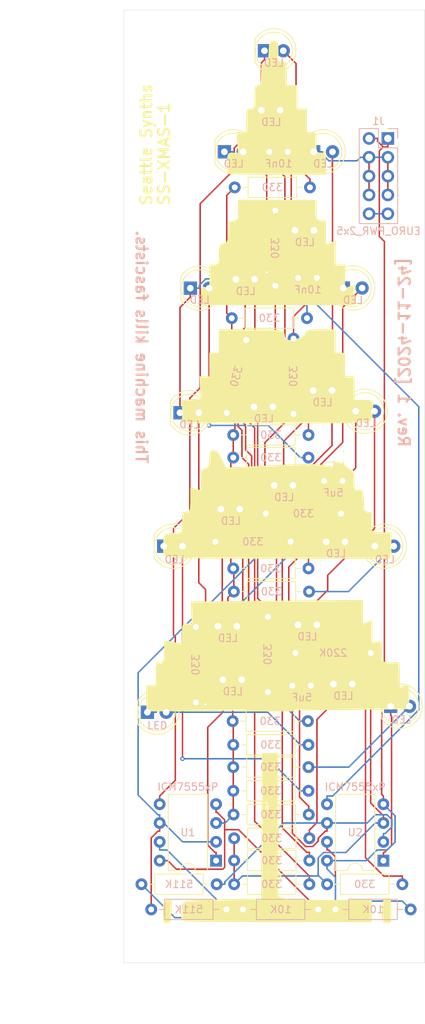
<source format=kicad_pcb>
(kicad_pcb (version 20240108) (generator "pcbnew") (generator_version "8.0")
  (layers (0 "F.Cu" signal) (31 "B.Cu" signal) (34 "B.Paste" user) (35 "F.Paste" user) (36 "B.SilkS" user "B.Silkscreen") (37 "F.SilkS" user "F.Silkscreen") (38 "B.Mask" user) (39 "F.Mask" user) (44 "Edge.Cuts" user))
  (net 0 "")
  (net 1 "Net-(U1-CV)")
  (net 2 "/OUT0")
  (net 3 "/+12V")
  (net 4 "/THR0")
  (net 5 "/GND")
  (net 6 "Net-(U1-DIS)")
  (net 7 "/THR1")
  (net 8 "Net-(U2-DIS)")
  (net 9 "Net-(U2-CV)")
  (net 10 "/OUT1")
  (net 11 "Net-(D1-A)")
  (net 12 "Net-(D2-A)")
  (net 13 "Net-(D3-A)")
  (net 14 "Net-(D4-A)")
  (net 15 "Net-(D5-A)")
  (net 16 "Net-(D6-A)")
  (net 17 "Net-(D7-A)")
  (net 18 "Net-(D8-A)")
  (net 19 "Net-(D9-A)")
  (net 20 "Net-(D10-A)")
  (net 21 "Net-(D11-A)")
  (net 22 "Net-(D12-A)")
  (net 23 "Net-(D13-A)")
  (net 24 "Net-(D14-A)")
  (net 25 "Net-(D15-A)")
  (net 26 "Net-(D16-A)")
  (net 27 "Net-(D17-A)")
  (net 28 "Net-(D18-A)")
  (net 29 "Net-(D19-A)")
  (net 30 "Net-(D20-A)")
  (net 31 "Net-(D21-A)")
  (net 32 "Net-(D22-A)")
  (net 33 "Net-(D23-A)")
  (net 34 "/-12V")
  (footprint "Seattle_Synths:CP_Radial_D5.0mm_P2.50mm" (layer "F.Cu") (at 109.84 66)
    (property "Reference" "C3" (hide yes))
    (property "Value" "10nF")
  )
  (footprint "Seattle_Synths:CP_Radial_D5.0mm_P2.50mm" (layer "F.Cu") (at 109.04 121)
    (property "Reference" "C4" (hide yes))
    (property "Value" "5uF")
  )
  (footprint "Seattle_Synths:LED_D5.0mm" (layer "F.Cu") (at 105.2781 35.372)
    (property "Reference" "D1" (hide yes))
    (property "Value" "LED")
  )
  (footprint "Seattle_Synths:LED_D3.0mm" (layer "F.Cu") (at 99.4 97.2)
    (property "Reference" "D18" (hide yes))
    (property "Value" "LED")
  )
  (footprint "Seattle_Synths:LED_D3.0mm" (layer "F.Cu") (at 99 113)
    (property "Reference" "D21" (hide yes))
    (property "Value" "LED")
  )
  (footprint "Seattle_Synths:R_Axial_DIN0207_L6.3mm_D2.5mm_P10.16mm_Horizontal" (layer "F.Cu") (at 101.06 132)
    (property "Reference" "R9" (hide yes))
    (property "Value" "330")
  )
  (footprint "Seattle_Synths:R_Axial_DIN0207_L6.3mm_D2.5mm_P10.16mm_Horizontal" (layer "F.Cu") (at 101.1 138.4)
    (property "Reference" "R11" (hide yes))
    (property "Value" "330")
  )
  (footprint "Seattle_Synths:LED_D3.0mm" (layer "F.Cu") (at 103.86 83.4)
    (property "Reference" "D16" (hide yes))
    (property "Value" "LED")
  )
  (footprint "Package_DIP:DIP-8_W7.62mm" (layer "F.Cu") (at 121.34 144.62 180)
    (property "Reference" "U2")
    (property "Value" "ICM7555xP")
  )
  (footprint "Seattle_Synths:LED_D3.0mm" (layer "F.Cu") (at 109.8 112.8)
    (property "Reference" "D23" (hide yes))
    (property "Value" "LED")
  )
  (footprint "Seattle_Synths:LED_D5.0mm" (layer "F.Cu") (at 115.925 67.376)
    (property "Reference" "D5" (hide yes))
    (property "Value" "LED")
  )
  (footprint "Seattle_Synths:LED_D5.0mm" (layer "F.Cu") (at 91.665 102.2)
    (property "Reference" "D10" (hide yes))
    (property "Value" "LED")
  )
  (footprint "Seattle_Synths:R_Axial_DIN0207_L6.3mm_D2.5mm_P10.16mm_Horizontal" (layer "F.Cu") (at 101.06 87.2)
    (property "Reference" "R3" (hide yes))
    (property "Value" "330")
  )
  (footprint "Seattle_Synths:R_Axial_DIN0207_L6.3mm_D2.5mm_P10.16mm_Horizontal" (layer "F.Cu") (at 105.46 97.8)
    (property "Reference" "R18" (hide yes))
    (property "Value" "330")
  )
  (footprint "Seattle_Synths:MountingHole_3.2mm_M3_Oval" (layer "F.Cu") (at 121.125 32.6)
    (property "Reference" "TOP_RIGHT_MOUNT" (hide yes))
    (property "Value" "MountingHole_3.2mm_M3_Oval" (hide yes))
  )
  (footprint "Seattle_Synths:R_Axial_DIN0207_L6.3mm_D2.5mm_P10.16mm_Horizontal" (layer "F.Cu") (at 101.26 53.8)
    (property "Reference" "R1" (hide yes))
    (property "Value" "330")
  )
  (footprint "Seattle_Synths:R_Axial_DIN0207_L6.3mm_D2.5mm_P10.16mm_Horizontal" (layer "F.Cu") (at 101.06 135.2)
    (property "Reference" "R10" (hide yes))
    (property "Value" "330")
  )
  (footprint "Seattle_Synths:LED_D3.0mm" (layer "F.Cu") (at 104.86 43.4)
    (property "Reference" "D13" (hide yes))
    (property "Value" "LED")
  )
  (footprint "Seattle_Synths:R_Axial_DIN0207_L6.3mm_D2.5mm_P10.16mm_Horizontal" (layer "F.Cu") (at 101.06 129)
    (property "Reference" "R8" (hide yes))
    (property "Value" "330")
  )
  (footprint "Seattle_Synths:R_Axial_DIN0207_L6.3mm_D2.5mm_P10.16mm_Horizontal" (layer "F.Cu") (at 100.86 71.44)
    (property "Reference" "R2" (hide yes))
    (property "Value" "330")
  )
  (footprint "Seattle_Synths:R_Axial_DIN0207_L6.3mm_D2.5mm_P10.16mm_Horizontal" (layer "F.Cu") (at 101.14 108.324)
    (property "Reference" "R6" (hide yes))
    (property "Value" "330")
  )
  (footprint "Package_DIP:DIP-8_W7.62mm" (layer "F.Cu") (at 98.74 144.62 180)
    (property "Reference" "U1")
    (property "Value" "ICM7555xP")
  )
  (footprint "Seattle_Synths:MountingHole_3.2mm_M3_Oval" (layer "F.Cu") (at 92 155.6)
    (property "Reference" "BOTTOM_LEFT_MOUNT" (hide yes))
    (property "Value" "MountingHole_3.2mm_M3_Oval" (hide yes))
  )
  (footprint "Seattle_Synths:LED_D3.0mm" (layer "F.Cu") (at 113.6 101.6)
    (property "Reference" "D20" (hide yes))
    (property "Value" "LED")
  )
  (footprint "Seattle_Synths:LED_D5.0mm" (layer "F.Cu") (at 93.865 84.2)
    (property "Reference" "D7" (hide yes))
    (property "Value" "LED")
  )
  (footprint "Seattle_Synths:R_Axial_DIN0207_L6.3mm_D2.5mm_P10.16mm_Horizontal" (layer "F.Cu") (at 113.74 147.8)
    (property "Reference" "R27" (hide yes))
    (property "Value" "330")
  )
  (footprint "Seattle_Synths:R_Axial_DIN0207_L6.3mm_D2.5mm_P10.16mm_Horizontal" (layer "F.Cu") (at 88.66 147.8)
    (property "Reference" "R26" (hide yes))
    (property "Value" "511K")
  )
  (footprint "Seattle_Synths:R_Axial_DIN0207_L6.3mm_D2.5mm_P10.16mm_Horizontal" (layer "F.Cu") (at 100.98 125.8)
    (property "Reference" "R7" (hide yes))
    (property "Value" "330")
  )
  (footprint "Seattle_Synths:CP_Radial_D5.0mm_P2.50mm" (layer "F.Cu") (at 113.3349 93.4)
    (property "Reference" "C1" (hide yes))
    (property "Value" "5uF")
  )
  (footprint "Seattle_Synths:CP_Radial_D5.0mm_P2.50mm" (layer "F.Cu") (at 105.9349 49)
    (property "Reference" "C2" (hide yes))
    (property "Value" "10nF")
  )
  (footprint "Seattle_Synths:R_Axial_DIN0207_L6.3mm_D2.5mm_P10.16mm_Horizontal" (layer "F.Cu") (at 119.62 116.6 180)
    (property "Reference" "R330" (hide yes))
    (property "Value" "220K")
  )
  (footprint "Seattle_Synths:LED_D3.0mm" (layer "F.Cu") (at 111.86 81.2)
    (property "Reference" "D17" (hide yes))
    (property "Value" "LED")
  )
  (footprint "Seattle_Synths:R_Axial_DIN0207_L6.3mm_D2.5mm_P10.16mm_Horizontal" (layer "F.Cu") (at 100.1704 84.2138 75)
    (property "Reference" "R22" (hide yes))
    (property "Value" "330")
  )
  (footprint "Seattle_Synths:MountingHole_3.2mm_M3_Oval" (layer "F.Cu") (at 121.4 155.6)
    (property "Reference" "BOTTOM_RIGHT_MOUNT" (hide yes))
    (property "Value" "MountingHole_3.2mm_M3_Oval" (hide yes))
  )
  (footprint "Seattle_Synths:LED_D5.0mm" (layer "F.Cu") (at 99.86 49)
    (property "Reference" "D2" (hide yes))
    (property "Value" "LED")
  )
  (footprint "Seattle_Synths:R_Axial_DIN0207_L6.3mm_D2.5mm_P10.16mm_Horizontal" (layer "F.Cu") (at 101.06 105.2)
    (property "Reference" "R5" (hide yes))
    (property "Value" "330")
  )
  (footprint "Seattle_Synths:LED_D3.0mm" (layer "F.Cu") (at 101.4 66.2)
    (property "Reference" "D14" (hide yes))
    (property "Value" "LED")
  )
  (footprint "Seattle_Synths:R_Axial_DIN0207_L6.3mm_D2.5mm_P10.16mm_Horizontal" (layer "F.Cu") (at 101.06 90.248)
    (property "Reference" "R4" (hide yes))
    (property "Value" "330")
  )
  (footprint "Seattle_Synths:LED_D5.0mm" (layer "F.Cu") (at 122.325 123.8)
    (property "Reference" "D9" (hide yes))
    (property "Value" "LED")
  )
  (footprint "Seattle_Synths:R_Axial_DIN0207_L6.3mm_D2.5mm_P10.16mm_Horizontal" (layer "F.Cu") (at 98.64 101.6)
    (property "Reference" "R19" (hide yes))
    (property "Value" "330")
  )
  (footprint "Seattle_Synths:R_Axial_DIN0207_L6.3mm_D2.5mm_P10.16mm_Horizontal" (layer "F.Cu") (at 109.2 84.36 90)
    (property "Reference" "R15" (hide yes))
    (property "Value" "330")
  )
  (footprint "Seattle_Synths:LED_D5.0mm" (layer "F.Cu") (at 95.26 67.4)
    (property "Reference" "D4" (hide yes))
    (property "Value" "LED")
  )
  (footprint "Seattle_Synths:R_Axial_DIN0207_L6.3mm_D2.5mm_P10.16mm_Horizontal" (layer "F.Cu") (at 96 123.28 90)
    (property "Reference" "R20" (hide yes))
    (property "Value" "330")
  )
  (footprint "Seattle_Synths:LED_D3.0mm" (layer "F.Cu") (at 114.6 120.8)
    (property "Reference" "D12" (hide yes))
    (property "Value" "LED")
  )
  (footprint "Seattle_Synths:LED_D5.0mm" (layer "F.Cu") (at 120.2 102.2)
    (property "Reference" "D6" (hide yes))
    (property "Value" "LED")
  )
  (footprint "Seattle_Synths:XMAS" (layer "F.Cu") (at 107.8 90.8)
    (property "Reference" "G***" (hide yes))
    (property "Value" "LOGO" (hide yes))
  )
  (footprint "Seattle_Synths:R_Axial_DIN0207_L6.3mm_D2.5mm_P10.16mm_Horizontal" (layer "F.Cu") (at 101.18 141.6)
    (property "Reference" "R12" (hide yes))
    (property "Value" "330")
  )
  (footprint "Seattle_Synths:R_Axial_DIN0207_L6.3mm_D2.5mm_P10.16mm_Horizontal" (layer "F.Cu") (at 101.18 147.8)
    (property "Reference" "R14" (hide yes))
    (property "Value" "330")
  )
  (footprint "Seattle_Synths:LED_D5.0mm" (layer "F.Cu") (at 117.6 84)
    (property "Reference" "D11" (hide yes))
    (property "Value" "LED")
  )
  (footprint "Seattle_Synths:R_Axial_DIN0207_L6.3mm_D2.5mm_P10.16mm_Horizontal" (layer "F.Cu") (at 105.74 121.88 90)
    (property "Reference" "R16" (hide yes))
    (property "Value" "330")
  )
  (footprint "Seattle_Synths:R_Axial_DIN0207_L6.3mm_D2.5mm_P10.16mm_Horizontal" (layer "F.Cu") (at 106.74 67.08 90)
    (property "Reference" "R21" (hide yes))
    (property "Value" "330")
  )
  (footprint "Seattle_Synths:LED_D5.0mm" (layer "F.Cu") (at 89.46 124.6)
    (property "Reference" "D8" (hide yes))
    (property "Value" "LED")
  )
  (footprint "Seattle_Synths:R_Axial_DIN0207_L6.3mm_D2.5mm_P10.16mm_Horizontal" (layer "F.Cu") (at 101.18 144.6)
    (property "Reference" "R13" (hide yes))
    (property "Value" "330")
  )
  (footprint "Seattle_Synths:MountingHole_3.2mm_M3_Oval" (layer "F.Cu") (at 92.2 32.6)
    (property "Reference" "TOP_LEFT_MOUNT" (hide yes))
    (property "Value" "MountingHole_3.2mm_M3_Oval" (hide yes))
  )
  (footprint "Seattle_Synths:LED_D3.0mm" (layer "F.Cu") (at 109.4 59.6)
    (property "Reference" "D15" (hide yes))
    (property "Value" "LED")
  )
  (footprint "Seattle_Synths:LED_D3.0mm" (layer "F.Cu") (at 106.6 94)
    (property "Reference" "D19" (hide yes))
    (property "Value" "LED")
  )
  (footprint "Seattle_Synths:LED_D3.0mm" (layer "F.Cu") (at 99.66 120.2)
    (property "Reference" "D22" (hide yes))
    (property "Value" "LED")
  )
  (footprint "Seattle_Synths:LED_D5.0mm" (layer "F.Cu") (at 111.925 49)
    (property "Reference" "D3" (hide yes))
    (property "Value" "LED")
  )
  (footprint "Seattle_Synths:R_Axial_DIN0207_L6.3mm_D2.5mm_P10.16mm_Horizontal" (layer "B.Cu") (at 100.14 151.2 180)
    (property "Reference" "R23" (hide yes))
    (property "Value" "511K")
  )
  (footprint "Seattle_Synths:R_Axial_DIN0207_L6.3mm_D2.5mm_P10.16mm_Horizontal" (layer "B.Cu") (at 125.02 151.2 180)
    (property "Reference" "R25" (hide yes))
    (property "Value" "10K")
  )
  (footprint "Seattle_Synths:R_Axial_DIN0207_L6.3mm_D2.5mm_P10.16mm_Horizontal" (layer "B.Cu") (at 112.54 151.2 180)
    (property "Reference" "R24" (hide yes))
    (property "Value" "10K")
  )
  (footprint "Seattle_Synths:PinHeader_2x05_P2.54mm_Vertical" (layer "B.Cu") (at 121.94 47.2 180)
    (property "Reference" "J1")
    (property "Value" "EURO_PWR_2x5")
  )
  (gr_line (start 86.275 158.4) (end 126.915 158.4) (stroke (width 0.05)) (layer "Edge.Cuts"))
  (gr_line (start 126.915 158.4) (end 126.915 29.876) (stroke (width 0.05)) (layer "Edge.Cuts"))
  (gr_line (start 86.275 158.4) (end 86.275 29.876) (stroke (width 0.05)) (layer "Edge.Cuts"))
  (gr_line (start 126.915 29.876) (end 86.275 29.876) (stroke (width 0.05)) (layer "Edge.Cuts"))
  (gr_text "This machine kills fascists." (at 87.8 91.2 -90) (layer "B.SilkS") (effects (font (size 1.5 1.5) (thickness 0.3) (bold yes)) (justify left bottom mirror)))
  (gr_text "Rev. 1 [2024-11-24]" (at 123.2 89 -90) (layer "B.SilkS") (effects (font (size 1.5 1.5) (thickness 0.3) (bold yes)) (justify left bottom mirror)))
  (gr_text "Seattle Synths\nSS-XMAS-1" (at 92.6 56.4 90) (layer "F.SilkS") (effects (font (size 1.5 1.5) (thickness 0.3) (bold yes)) (justify left bottom)))
  (segment (start 103.5841 47.7509) (end 101.9386 47.7509) (width 0.2) (layer "F.Cu") (net 1))
  (segment (start 104.8332 49) (end 103.5841 47.7509) (width 0.2) (layer "F.Cu") (net 1))
  (segment (start 93.2341 133.7842) (end 91.12 135.8983) (width 0.2) (layer "F.Cu") (net 1))
  (segment (start 101.1911 48.4984) (end 101.1911 51.4016) (width 0.2) (layer "F.Cu") (net 1))
  (segment (start 101.1911 51.4016) (end 96.5911 56.0016) (width 0.2) (layer "F.Cu") (net 1))
  (segment (start 93.2341 114.4254) (end 93.2341 133.7842) (width 0.2) (layer "F.Cu") (net 1))
  (segment (start 101.9386 47.7509) (end 101.1911 48.4984) (width 0.2) (layer "F.Cu") (net 1))
  (segment (start 96.5911 56.0016) (end 96.5911 80.8381) (width 0.2) (layer "F.Cu") (net 1))
  (segment (start 96.5911 80.8381) (end 95.1961 82.2331) (width 0.2) (layer "F.Cu") (net 1))
  (segment (start 95.1961 97.596) (end 92.9881 99.804) (width 0.2) (layer "F.Cu") (net 1))
  (segment (start 105.9349 49) (end 104.8332 49) (width 0.2) (layer "F.Cu") (net 1))
  (segment (start 91.12 137) (end 91.12 135.8983) (width 0.2) (layer "F.Cu") (net 1))
  (segment (start 92.9881 99.804) (end 92.9881 114.1794) (width 0.2) (layer "F.Cu") (net 1))
  (segment (start 92.9881 114.1794) (end 93.2341 114.4254) (width 0.2) (layer "F.Cu") (net 1))
  (segment (start 95.1961 82.2331) (end 95.1961 97.596) (width 0.2) (layer "F.Cu") (net 1))
  (segment (start 100.86 71.44) (end 100.86 82.0953) (width 0.2) (layer "F.Cu") (net 2))
  (segment (start 101.14 105.28) (end 101.06 105.2) (width 0.2) (layer "F.Cu") (net 2))
  (segment (start 100.98 125.8) (end 100.98 118.98) (width 0.2) (layer "F.Cu") (net 2))
  (segment (start 101.14 108.324) (end 101.14 105.28) (width 0.2) (layer "F.Cu") (net 2))
  (segment (start 101.06 129) (end 101.06 125.88) (width 0.2) (layer "F.Cu") (net 2))
  (segment (start 100.1821 54.8779) (end 100.1821 70.7621) (width 0.2) (layer "F.Cu") (net 2))
  (segment (start 101.06 105.2) (end 100.731 104.871) (width 0.2) (layer "F.Cu") (net 2))
  (segment (start 101.06 135.2) (end 101.06 138.36) (width 0.2) (layer "F.Cu") (net 2))
  (segment (start 101.06 90.248) (end 101.06 87.2) (width 0.2) (layer "F.Cu") (net 2))
  (segment (start 101.06 132) (end 101.06 135.2) (width 0.2) (layer "F.Cu") (net 2))
  (segment (start 100.731 104.871) (end 100.731 90.577) (width 0.2) (layer "F.Cu") (net 2))
  (segment (start 101.26 53.8) (end 100.1821 54.8779) (width 0.2) (layer "F.Cu") (net 2))
  (segment (start 101.06 129) (end 101.06 132) (width 0.2) (layer "F.Cu") (net 2))
  (segment (start 100.1821 70.7621) (end 100.86 71.44) (width 0.2) (layer "F.Cu") (net 2))
  (segment (start 100.86 82.0953) (end 101.2834 82.5187) (width 0.2) (layer "F.Cu") (net 2))
  (segment (start 100.3332 109.1308) (end 101.14 108.324) (width 0.2) (layer "F.Cu") (net 2))
  (segment (start 100.731 90.577) (end 101.06 90.248) (width 0.2) (layer "F.Cu") (net 2))
  (segment (start 101.06 125.88) (end 100.98 125.8) (width 0.2) (layer "F.Cu") (net 2))
  (segment (start 100.3332 118.3332) (end 100.3332 109.1308) (width 0.2) (layer "F.Cu") (net 2))
  (segment (start 100.98 118.98) (end 100.3332 118.3332) (width 0.2) (layer "F.Cu") (net 2))
  (segment (start 101.2834 86.9766) (end 101.06 87.2) (width 0.2) (layer "F.Cu") (net 2))
  (segment (start 101.2834 82.5187) (end 101.2834 86.9766) (width 0.2) (layer "F.Cu") (net 2))
  (segment (start 101.06 138.36) (end 101.1 138.4) (width 0.2) (layer "F.Cu") (net 2))
  (segment (start 98.74 139.54) (end 99.96 139.54) (width 0.2) (layer "B.Cu") (net 2))
  (segment (start 99.96 139.54) (end 101.1 138.4) (width 0.2) (layer "B.Cu") (net 2))
  (segment (start 101.7805 140.4405) (end 99.895 140.4405) (width 0.2) (layer "F.Cu") (net 3))
  (segment (start 98.74 138.1017) (end 98.8777 138.1017) (width 0.2) (layer "F.Cu") (net 3))
  (segment (start 121.4699 121.8604) (end 121.1052 122.2251) (width 0.2) (layer "F.Cu") (net 3))
  (segment (start 120.7883 60.4189) (end 121.4699 61.1005) (width 0.2) (layer "F.Cu") (net 3))
  (segment (start 121.1052 135.6635) (end 121.34 135.8983) (width 0.2) (layer "F.Cu") (net 3))
  (segment (start 119.4 47.2) (end 120.5517 47.2) (width 0.2) (layer "F.Cu") (net 3))
  (segment (start 121.321 48.3517) (end 120.7883 48.8844) (width 0.2) (layer "F.Cu") (net 3))
  (segment (start 91.12 144.62) (end 92.2217 144.62) (width 0.2) (layer "F.Cu") (net 3))
  (segment (start 99.895 139.119) (end 99.895 140.4405) (width 0.2) (layer "F.Cu") (net 3))
  (segment (start 99.6467 145.7712) (end 93.3729 145.7712) (width 0.2) (layer "F.Cu") (net 3))
  (segment (start 112.54 151.2) (end 101.7805 140.4405) (width 0.2) (layer "F.Cu") (net 3))
  (segment (start 99.895 140.4405) (end 99.895 145.5229) (width 0.2) (layer "F.Cu") (net 3))
  (segment (start 98.74 137) (end 98.74 138.1017) (width 0.2) (layer "F.Cu") (net 3))
  (segment (start 93.3729 145.7712) (end 92.2217 144.62) (width 0.2) (layer "F.Cu") (net 3))
  (segment (start 121.94 48.3517) (end 121.321 48.3517) (width 0.2) (layer "F.Cu") (net 3))
  (segment (start 121.94 47.2) (end 121.94 48.3517) (width 0.2) (layer "F.Cu") (net 3))
  (segment (start 98.8777 138.1017) (end 99.895 139.119) (width 0.2) (layer "F.Cu") (net 3))
  (segment (start 99.895 145.5229) (end 99.6467 145.7712) (width 0.2) (layer "F.Cu") (net 3))
  (segment (start 120.7883 48.8844) (end 120.7883 60.4189) (width 0.2) (layer "F.Cu") (net 3))
  (segment (start 121.1052 122.2251) (end 121.1052 135.6635) (width 0.2) (layer "F.Cu") (net 3))
  (segment (start 120.5517 47.5824) (end 120.5517 47.2) (width 0.2) (layer "F.Cu") (net 3))
  (segment (start 121.4699 61.1005) (end 121.4699 121.8604) (width 0.2) (layer "F.Cu") (net 3))
  (segment (start 121.321 48.3517) (end 120.5517 47.5824) (width 0.2) (layer "F.Cu") (net 3))
  (segment (start 121.34 137) (end 121.34 135.8983) (width 0.2) (layer "F.Cu") (net 3))
  (segment (start 120.4742 143.1817) (end 119.0359 144.62) (width 0.2) (layer "B.Cu") (net 3))
  (segment (start 113.72 144.62) (end 113.72 145.7217) (width 0.2) (layer "B.Cu") (net 3))
  (segment (start 121.34 137) (end 122.9181 138.5781) (width 0.2) (layer "B.Cu") (net 3))
  (segment (start 119.0359 144.62) (end 113.72 144.62) (width 0.2) (layer "B.Cu") (net 3))
  (segment (start 114.8682 150.073) (end 123.893 150.073) (width 0.2) (layer "B.Cu") (net 3))
  (segment (start 122.9181 138.5781) (end 122.9181 142.1179) (width 0.2) (layer "B.Cu") (net 3))
  (segment (start 121.8543 143.1817) (end 120.4742 143.1817) (width 0.2) (layer "B.Cu") (net 3))
  (segment (start 112.54 151.2) (end 113.667 150.073) (width 0.2) (layer "B.Cu") (net 3))
  (segment (start 113.667 150.073) (end 114.8682 150.073) (width 0.2) (layer "B.Cu") (net 3))
  (segment (start 114.8682 146.8699) (end 113.72 145.7217) (width 0.2) (layer "B.Cu") (net 3))
  (segment (start 123.893 150.073) (end 125.02 151.2) (width 0.2) (layer "B.Cu") (net 3))
  (segment (start 122.9181 142.1179) (end 121.8543 143.1817) (width 0.2) (layer "B.Cu") (net 3))
  (segment (start 114.8682 150.073) (end 114.8682 146.8699) (width 0.2) (layer "B.Cu") (net 3))
  (segment (start 90.8917 140.6417) (end 91.12 140.6417) (width 0.2) (layer "F.Cu") (net 4))
  (segment (start 89.98 141.5534) (end 90.8917 140.6417) (width 0.2) (layer "F.Cu") (net 4))
  (segment (start 91.12 139.54) (end 91.12 140.6417) (width 0.2) (layer "F.Cu") (net 4))
  (segment (start 89.98 151.2) (end 89.98 141.5534) (width 0.2) (layer "F.Cu") (net 4))
  (segment (start 97.1087 110.7279) (end 96.7507 110.7279) (width 0.2) (layer "B.Cu") (net 4))
  (segment (start 91.12 138.9891) (end 91.12 138.4383) (width 0.2) (layer "B.Cu") (net 4))
  (segment (start 113.3349 94.5017) (end 97.1087 110.7279) (width 0.2) (layer "B.Cu") (net 4))
  (segment (start 90.8917 138.4383) (end 91.12 138.4383) (width 0.2) (layer "B.Cu") (net 4))
  (segment (start 88.2093 119.2693) (end 88.2093 135.7559) (width 0.2) (layer "B.Cu") (net 4))
  (segment (start 91.12 138.9891) (end 94.2109 142.08) (width 0.2) (layer "B.Cu") (net 4))
  (segment (start 96.7507 110.7279) (end 88.2093 119.2693) (width 0.2) (layer "B.Cu") (net 4))
  (segment (start 91.12 139.54) (end 91.12 138.9891) (width 0.2) (layer "B.Cu") (net 4))
  (segment (start 94.2109 142.08) (end 98.74 142.08) (width 0.2) (layer "B.Cu") (net 4))
  (segment (start 88.2093 135.7559) (end 90.8917 138.4383) (width 0.2) (layer "B.Cu") (net 4))
  (segment (start 113.3349 93.4) (end 113.3349 94.5017) (width 0.2) (layer "B.Cu") (net 4))
  (segment (start 122.325 125.0017) (end 122.4417 125.1184) (width 0.2) (layer "F.Cu") (net 5))
  (segment (start 113.6 101.6) (end 113.6 95.6349) (width 0.2) (layer "F.Cu") (net 5))
  (segment (start 122.4417 142.5544) (end 121.4778 143.5183) (width 0.2) (layer "F.Cu") (net 5))
  (segment (start 111.54 115.7417) (end 111.54 121) (width 0.2) (layer "F.Cu") (net 5))
  (segment (start 93.865 84.2) (end 93.865 82.9983) (width 0.2) (layer "F.Cu") (net 5))
  (segment (start 98.74 144.62) (end 98.74 143.5183) (width 0.2) (layer "F.Cu") (net 5))
  (segment (start 99.5724 103.6) (end 99.5724 111.2259) (width 0.2) (layer "F.Cu") (net 5))
  (segment (start 108.8907 57.889) (end 108.8907 49.4557) (width 0.2) (layer "F.Cu") (net 5))
  (segment (start 95.26 67.4) (end 95.26 68.6017) (width 0.2) (layer "F.Cu") (net 5))
  (segment (start 99.66 120.2) (end 99.66 118.9983) (width 0.2) (layer "F.Cu") (net 5))
  (segment (start 98.6023 143.5183) (end 97.6142 142.5302) (width 0.2) (layer "F.Cu") (net 5))
  (segment (start 99.5724 111.2259) (end 99 111.7983) (width 0.2) (layer "F.Cu") (net 5))
  (segment (start 97.2 103.6) (end 97 103.4) (width 0.2) (layer "F.Cu") (net 5))
  (segment (start 99.4 98.4017) (end 99.5724 98.5741) (width 0.2) (layer "F.Cu") (net 5))
  (segment (start 121.34 144.62) (end 121.34 143.5183) (width 0.2) (layer "F.Cu") (net 5))
  (segment (start 99 113) (end 99 118.3383) (width 0.2) (layer "F.Cu") (net 5))
  (segment (start 108.8906 49.4557) (end 108.4349 49) (width 0.2) (layer "F.Cu") (net 5))
  (segment (start 98.74 143.5183) (end 98.6023 143.5183) (width 0.2) (layer "F.Cu") (net 5))
  (segment (start 121.94 49.74) (end 121.94 52.28) (width 0.2) (layer "F.Cu") (net 5))
  (segment (start 108.8907 49.4557) (end 108.8906 49.4557) (width 0.2) (layer "F.Cu") (net 5))
  (segment (start 99.66 124.5835) (end 99.66 120.2) (width 0.2) (layer "F.Cu") (net 5))
  (segment (start 109.4 59.6) (end 109.4 58.3983) (width 0.2) (layer "F.Cu") (net 5))
  (segment (start 105.2781 36.5737) (end 104.86 36.9918) (width 0.2) (layer "F.Cu") (net 5))
  (segment (start 121.4778 143.5183) (end 121.34 143.5183) (width 0.2) (layer "F.Cu") (net 5))
  (segment (start 119.4 52.28) (end 119.4 54.82) (width 0.2) (layer "F.Cu") (net 5))
  (segment (start 122.4417 125.1184) (end 122.4417 142.5544) (width 0.2) (layer "F.Cu") (net 5))
  (segment (start 99 113) (end 99 111.7983) (width 0.2) (layer "F.Cu") (net 5))
  (segment (start 117.6 91.6349) (end 115.8349 93.4) (width 0.2) (layer "F.Cu") (net 5))
  (segment (start 99.5724 103.6) (end 97.2 103.6) (width 0.2) (layer "F.Cu") (net 5))
  (segment (start 97 99.8) (end 99.5724 99.8) (width 0.2) (layer "F.Cu") (net 5))
  (segment (start 97.6142 126.6293) (end 99.66 124.5835) (width 0.2) (layer "F.Cu") (net 5))
  (segment (start 109.8 112.8) (end 109.8 114.0017) (width 0.2) (layer "F.Cu") (net 5))
  (segment (start 93.865 69.9967) (end 93.865 82.9983) (width 0.2) (layer "F.Cu") (net 5))
  (segment (start 105.2781 35.372) (end 105.2781 36.5737) (width 0.2) (layer "F.Cu") (net 5))
  (segment (start 97.6142 142.5302) (end 97.6142 126.6293) (width 0.2) (layer "F.Cu") (net 5))
  (segment (start 99.4 97.2) (end 99.4 98.4017) (width 0.2) (layer "F.Cu") (net 5))
  (segment (start 99.5724 98.5741) (end 99.5724 99.8) (width 0.2) (layer "F.Cu") (net 5))
  (segment (start 113.6 95.6349) (end 115.8349 93.4) (width 0.2) (layer "F.Cu") (net 5))
  (segment (start 109.8 114.0017) (end 111.54 115.7417) (width 0.2) (layer "F.Cu") (net 5))
  (segment (start 121.94 52.28) (end 121.94 54.82) (width 0.2) (layer "F.Cu") (net 5))
  (segment (start 95.26 68.6017) (end 93.865 69.9967) (width 0.2) (layer "F.Cu") (net 5))
  (segment (start 97 103.4) (end 97 99.8) (width 0.2) (layer "F.Cu") (net 5))
  (segment (start 99 118.3383) (end 99.66 118.9983) (width 0.2) (layer "F.Cu") (net 5))
  (segment (start 117.6 84) (end 117.6 91.6349) (width 0.2) (layer "F.Cu") (net 5))
  (segment (start 109.4 58.3983) (end 108.8907 57.889) (width 0.2) (layer "F.Cu") (net 5))
  (segment (start 104.86 36.9918) (end 104.86 43.4) (width 0.2) (layer "F.Cu") (net 5))
  (segment (start 119.4 49.74) (end 119.4 52.28) (width 0.2) (layer "F.Cu") (net 5))
  (segment (start 122.325 123.8) (end 122.325 125.0017) (width 0.2) (layer "F.Cu") (net 5))
  (segment (start 90.6617 124.2245) (end 94.6862 120.2) (width 0.2) (layer "B.Cu") (net 5))
  (segment (start 117.6 84) (end 115.4862 84) (width 0.2) (layer "B.Cu") (net 5))
  (segment (start 109.4 64.6685) (end 103.7577 64.6685) (width 0.2) (layer "B.Cu") (net 5))
  (segment (start 99 113) (end 100.2017 113) (width 0.2) (layer "B.Cu") (net 5))
  (segment (start 101.4 66.2) (end 102.6017 66.2) (width 0.2) (layer "B.Cu") (net 5))
  (segment (start 106.8862 81.2) (end 105.0617 83.0245) (width 0.2) (layer "B.Cu") (net 5))
  (segment (start 100.2017 113.3755) (end 101.034 114.2078) (width 0.2) (layer "B.Cu") (net 5))
  (segment (start 91.665 102.2) (end 92.8667 102.2) (width 0.2) (layer "B.Cu") (net 5))
  (segment (start 101.0617 49.3755) (end 101.8907 50.2045) (width 0.2) (layer "B.Cu") (net 5))
  (segment (start 100.6017 96.8245) (end 103.4262 94) (width 0.2) (layer "B.Cu") (net 5))
  (segment (start 89.46 124.6) (end 90.6617 124.6) (width 0.2) (layer "B.Cu") (net 5))
  (segment (start 113.9683 50.2171) (end 117.7712 50.2171) (width 0.2) (layer "B.Cu") (net 5))
  (segment (start 103.86 83.4) (end 102.6583 83.4) (width 0.2) (layer "B.Cu") (net 5))
  (segment (start 102.2398 82.9815) (end 102.6583 83.4) (width 0.2) (layer "B.Cu") (net 5))
  (segment (start 111.54 121) (end 113.1983 121) (width 0.2) (layer "B.Cu") (net 5))
  (segment (start 118.3966 102.8017) (end 115.6278 102.8017) (width 0.2) (layer "B.Cu") (net 5))
  (segment (start 115.8349 93.258) (end 114.4353 91.8584) (width 0.2) (layer "B.Cu") (net 5))
  (segment (start 108.4349 49) (end 108.4349 48.1766) (width 0.2) (layer "B.Cu") (net 5))
  (segment (start 101.8907 50.2045) (end 107.2304 50.2045) (width 0.2) (layer "B.Cu") (net 5))
  (segment (start 108.4349 48.1766) (end 104.86 44.6017) (width 0.2) (layer "B.Cu") (net 5))
  (segment (start 97.4912 97.2) (end 99.4 97.2) (width 0.2) (layer "B.Cu") (net 5))
  (segment (start 113.3473 66) (end 114.7233 67.376) (width 0.2) (layer "B.Cu") (net 5))
  (segment (start 112.4609 81.2) (end 111.86 81.2) (width 0.2) (layer "B.Cu") (net 5))
  (segment (start 112.4609 81.2) (end 113.0617 81.2) (width 0.2) (layer "B.Cu") (net 5))
  (segment (start 100.6017 97.2) (end 100.6017 96.8245) (width 0.2) (layer "B.Cu") (net 5))
  (segment (start 108.4349 49) (end 111.925 49) (width 0.2) (layer "B.Cu") (net 5))
  (segment (start 103.7577 64.6685) (end 102.6017 65.8245) (width 0.2) (layer "B.Cu") (net 5))
  (segment (start 101.4 66.2) (end 100.1983 66.2) (width 0.2) (layer "B.Cu") (net 5))
  (segment (start 99.86 49) (end 101.0617 49) (width 0.2) (layer "B.Cu") (net 5))
  (segment (start 113.1267 49) (end 113.1267 49.3755) (width 0.2) (layer "B.Cu") (net 5))
  (segment (start 109.4 64.6685) (end 111.0085 64.6685) (width 0.2) (layer "B.Cu") (net 5))
  (segment (start 113.6 101.6) (end 114.8017 101.6) (width 0.2) (layer "B.Cu") (net 5))
  (segment (start 92.8667 102.2) (end 92.8667 101.8245) (width 0.2) (layer "B.Cu") (net 5))
  (segment (start 109.5678 91.8584) (end 107.8017 93.6245) (width 0.2) (layer "B.Cu") (net 5))
  (segment (start 106.6 94) (end 107.8017 94) (width 0.2) (layer "B.Cu") (net 5))
  (segment (start 99.4 97.2) (end 100.6017 97.2) (width 0.2) (layer "B.Cu") (net 5))
  (segment (start 115.4862 84) (end 113.0617 81.5755) (width 0.2) (layer "B.Cu") (net 5))
  (segment (start 115.6278 102.8017) (end 114.8017 101.9756) (width 0.2) (layer "B.Cu") (net 5))
  (segment (start 101.034 114.2078) (end 107.1905 114.2078) (width 0.2) (layer "B.Cu") (net 5))
  (segment (start 101.0617 49) (end 101.0617 49.3755) (width 0.2) (layer "B.Cu") (net 5))
  (segment (start 109.4 59.6) (end 109.4 64.6685) (width 0.2) (layer "B.Cu") (net 5))
  (segment (start 111.0085 64.6685) (end 112.34 66) (width 0.2) (layer "B.Cu") (net 5))
  (segment (start 103.4262 94) (end 106.6 94) (width 0.2) (layer "B.Cu") (net 5))
  (segment (start 96.4617 67.4) (end 96.4617 67.0245) (width 0.2) (layer "B.Cu") (net 5))
  (segment (start 90.6617 124.6) (end 90.6617 124.2245) (width 0.2) (layer "B.Cu") (net 5))
  (segment (start 114.6 120.8) (end 115.8017 120.8) (width 0.2) (layer "B.Cu") (net 5))
  (segment (start 120.2 102.2) (end 118.9983 102.2) (width 0.2) (layer "B.Cu") (net 5))
  (segment (start 95.0667 83.8245) (end 95.9097 82.9815) (width 0.2) (layer "B.Cu") (net 5))
  (segment (start 113.1267 49.3755) (end 113.9683 50.2171) (width 0.2) (layer "B.Cu") (net 5))
  (segment (start 115.925 67.376) (end 114.7233 67.376) (width 0.2) (layer "B.Cu") (net 5))
  (segment (start 93.865 84.2) (end 95.0667 84.2) (width 0.2) (layer "B.Cu") (net 5))
  (segment (start 111.925 49) (end 113.1267 49) (width 0.2) (layer "B.Cu") (net 5))
  (segment (start 100.2017 113) (end 100.2017 113.3755) (width 0.2) (layer "B.Cu") (net 5))
  (segment (start 115.8017 121.1755) (end 115.8017 120.8) (width 0.2) (layer "B.Cu") (net 5))
  (segment (start 95.0667 84.2) (end 95.0667 83.8245) (width 0.2) (layer "B.Cu") (net 5))
  (segment (start 92.8667 101.8245) (end 97.4912 97.2) (width 0.2) (layer "B.Cu") (net 5))
  (segment (start 122.325 123.8) (end 118.4262 123.8) (width 0.2) (layer "B.Cu") (net 5))
  (segment (start 97.3454 66.1408) (end 100.1391 66.1408) (width 0.2) (layer "B.Cu") (net 5))
  (segment (start 117.7712 50.2171) (end 118.2483 49.74) (width 0.2) (layer "B.Cu") (net 5))
  (segment (start 112.34 66) (end 113.3473 66) (width 0.2) (layer "B.Cu") (net 5))
  (segment (start 121.94 49.74) (end 119.4 49.74) (width 0.2) (layer "B.Cu") (net 5))
  (segment (start 114.4353 91.8584) (end 109.5678 91.8584) (width 0.2) (layer "B.Cu") (net 5))
  (segment (start 103.86 83.4) (end 105.0617 83.4) (width 0.2) (layer "B.Cu") (net 5))
  (segment (start 94.6862 120.2) (end 99.66 120.2) (width 0.2) (layer "B.Cu") (net 5))
  (segment (start 105.0617 83.0245) (end 105.0617 83.4) (width 0.2) (layer "B.Cu") (net 5))
  (segment (start 113.1983 121) (end 113.3983 120.8) (width 0.2) (layer "B.Cu") (net 5))
  (segment (start 118.4262 123.8) (end 115.8017 121.1755) (width 0.2) (layer "B.Cu") (net 5))
  (segment (start 96.4617 67.0245) (end 97.3454 66.1408) (width 0.2) (layer "B.Cu") (net 5))
  (segment (start 114.8017 101.9756) (end 114.8017 101.6) (width 0.2) (layer "B.Cu") (net 5))
  (segment (start 107.8017 93.6245) (end 107.8017 94) (width 0.2) (layer "B.Cu") (net 5))
  (segment (start 100.1391 66.1408) (end 100.1983 66.2) (width 0.2) (layer "B.Cu") (net 5))
  (segment (start 118.9983 102.2) (end 118.3966 102.8017) (width 0.2) (layer "B.Cu") (net 5))
  (segment (start 95.26 67.4) (end 96.4617 67.4) (width 0.2) (layer "B.Cu") (net 5))
  (segment (start 107.1905 114.2078) (end 108.5983 112.8) (width 0.2) (layer "B.Cu") (net 5))
  (segment (start 113.0617 81.5755) (end 113.0617 81.2) (width 0.2) (layer "B.Cu") (net 5))
  (segment (start 95.9097 82.9815) (end 102.2398 82.9815) (width 0.2) (layer "B.Cu") (net 5))
  (segment (start 107.2304 50.2045) (end 108.4349 49) (width 0.2) (layer "B.Cu") (net 5))
  (segment (start 119.4 49.74) (end 118.2483 49.74) (width 0.2) (layer "B.Cu") (net 5))
  (segment (start 104.86 43.4) (end 104.86 44.6017) (width 0.2) (layer "B.Cu") (net 5))
  (segment (start 114.6 120.8) (end 113.3983 120.8) (width 0.2) (layer "B.Cu") (net 5))
  (segment (start 109.8 112.8) (end 108.5983 112.8) (width 0.2) (layer "B.Cu") (net 5))
  (segment (start 115.8349 93.4) (end 115.8349 93.258) (width 0.2) (layer "B.Cu") (net 5))
  (segment (start 102.6017 65.8245) (end 102.6017 66.2) (width 0.2) (layer "B.Cu") (net 5))
  (segment (start 111.86 81.2) (end 106.8862 81.2) (width 0.2) (layer "B.Cu") (net 5))
  (segment (start 91.12 142.08) (end 91.12 143.1817) (width 0.2) (layer "B.Cu") (net 6))
  (segment (start 102.38 151.2) (end 100.14 151.2) (width 0.2) (layer "B.Cu") (net 6))
  (segment (start 100.14 151.2) (end 92.1217 143.1817) (width 0.2) (layer "B.Cu") (net 6))
  (segment (start 92.1217 143.1817) (end 91.12 143.1817) (width 0.2) (layer "B.Cu") (net 6))
  (segment (start 113.4917 140.6417) (end 113.72 140.6417) (width 0.2) (layer "F.Cu") (net 7))
  (segment (start 109.04 140.9172) (end 110.8352 142.7124) (width 0.2) (layer "F.Cu") (net 7))
  (segment (start 110.8352 142.7124) (end 111.7943 142.7124) (width 0.2) (layer "F.Cu") (net 7))
  (segment (start 112.53 141.6034) (end 113.4917 140.6417) (width 0.2) (layer "F.Cu") (net 7))
  (segment (start 111.7943 142.7124) (end 112.53 141.9767) (width 0.2) (layer "F.Cu") (net 7))
  (segment (start 109.04 121) (end 109.04 140.9172) (width 0.2) (layer "F.Cu") (net 7))
  (segment (start 113.72 139.54) (end 113.72 140.6417) (width 0.2) (layer "F.Cu") (net 7))
  (segment (start 112.53 141.9767) (end 112.53 141.6034) (width 0.2) (layer "F.Cu") (net 7))
  (segment (start 121.34 142.08) (end 121.34 140.9783) (width 0.2) (layer "B.Cu") (net 7))
  (segment (start 121.835 138.4263) (end 122.4852 139.0765) (width 0.2) (layer "B.Cu") (net 7))
  (segment (start 98.82 147.8) (end 99.9217 147.8) (width 0.2) (layer "B.Cu") (net 7))
  (segment (start 99.9217 147.4902) (end 107.8719 139.54) (width 0.2) (layer "B.Cu") (net 7))
  (segment (start 122.4852 139.0765) (end 122.4852 140.0614) (width 0.2) (layer "B.Cu") (net 7))
  (segment (start 120.26 138.4263) (end 121.835 138.4263) (width 0.2) (layer "B.Cu") (net 7))
  (segment (start 122.4852 140.0614) (end 121.5683 140.9783) (width 0.2) (layer "B.Cu") (net 7))
  (segment (start 99.9217 147.8) (end 99.9217 147.4902) (width 0.2) (layer "B.Cu") (net 7))
  (segment (start 121.5683 140.9783) (end 121.34 140.9783) (width 0.2) (layer "B.Cu") (net 7))
  (segment (start 113.72 139.54) (end 119.1463 139.54) (width 0.2) (layer "B.Cu") (net 7))
  (segment (start 119.1463 139.54) (end 120.26 138.4263) (width 0.2) (layer "B.Cu") (net 7))
  (segment (start 107.8719 139.54) (end 113.72 139.54) (width 0.2) (layer "B.Cu") (net 7))
  (segment (start 113.9483 143.1817) (end 113.72 143.1817) (width 0.2) (layer "F.Cu") (net 8))
  (segment (start 114.86 144.0934) (end 113.9483 143.1817) (width 0.2) (layer "F.Cu") (net 8))
  (segment (start 114.86 151.2) (end 114.86 144.0934) (width 0.2) (layer "F.Cu") (net 8))
  (segment (start 113.72 142.08) (end 113.72 143.1817) (width 0.2) (layer "F.Cu") (net 8))
  (segment (start 88.66 147.8) (end 93.1678 152.3078) (width 0.2) (layer "B.Cu") (net 8))
  (segment (start 114.86 151.2) (end 113.7583 151.2) (width 0.2) (layer "B.Cu") (net 8))
  (segment (start 112.9929 152.3078) (end 113.7583 151.5424) (width 0.2) (layer "B.Cu") (net 8))
  (segment (start 93.1678 152.3078) (end 112.9929 152.3078) (width 0.2) (layer "B.Cu") (net 8))
  (segment (start 113.7583 151.5424) (end 113.7583 151.2) (width 0.2) (layer "B.Cu") (net 8))
  (segment (start 109.84 67.1017) (end 126.1166 83.3783) (width 0.2) (layer "B.Cu") (net 9))
  (segment (start 126.1166 83.3783) (end 126.1166 124.2808) (width 0.2) (layer "B.Cu") (net 9))
  (segment (start 114.4991 135.8983) (end 113.72 135.8983) (width 0.2) (layer "B.Cu") (net 9))
  (segment (start 126.1166 124.2808) (end 114.4991 135.8983) (width 0.2) (layer "B.Cu") (net 9))
  (segment (start 113.72 137) (end 113.72 135.8983) (width 0.2) (layer "B.Cu") (net 9))
  (segment (start 109.84 66) (end 109.84 67.1017) (width 0.2) (layer "B.Cu") (net 9))
  (segment (start 105.46 97.8) (end 106.8992 99.2392) (width 0.2) (layer "F.Cu") (net 10))
  (segment (start 121.34 139.54) (end 121.34 138.4383) (width 0.2) (layer "F.Cu") (net 10))
  (segment (start 109.2 84.36) (end 105.3378 88.2222) (width 0.2) (layer "F.Cu") (net 10))
  (segment (start 106.8992 99.2392) (end 106.8992 120.7208) (width 0.2) (layer "F.Cu") (net 10))
  (segment (start 119.62 136.856) (end 119.62 116.6) (width 0.2) (layer "F.Cu") (net 10))
  (segment (start 106.74 81.9) (end 109.2 84.36) (width 0.2) (layer "F.Cu") (net 10))
  (segment (start 101.18 144.6) (end 101.18 147.8) (width 0.2) (layer "F.Cu") (net 10))
  (segment (start 121.2023 138.4383) (end 119.62 136.856) (width 0.2) (layer "F.Cu") (net 10))
  (segment (start 106.8992 120.7208) (end 105.74 121.88) (width 0.2) (layer "F.Cu") (net 10))
  (segment (start 121.34 138.4383) (end 121.2023 138.4383) (width 0.2) (layer "F.Cu") (net 10))
  (segment (start 106.74 67.08) (end 106.74 81.9) (width 0.2) (layer "F.Cu") (net 10))
  (segment (start 101.18 141.6) (end 101.18 144.6) (width 0.2) (layer "F.Cu") (net 10))
  (segment (start 105.3378 97.6778) (end 105.46 97.8) (width 0.2) (layer "F.Cu") (net 10))
  (segment (start 105.3378 88.2222) (end 105.3378 97.6778) (width 0.2) (layer "F.Cu") (net 10))
  (segment (start 121.34 139.54) (end 120.2383 139.54) (width 0.2) (layer "B.Cu") (net 10))
  (segment (start 112.5326 144.2446) (end 113.2589 143.5183) (width 0.2) (layer "B.Cu") (net 10))
  (segment (start 102.2964 146.6836) (end 112.5326 146.6836) (width 0.2) (layer "B.Cu") (net 10))
  (segment (start 112.6236 146.6836) (end 113.74 147.8) (width 0.2) (layer "B.Cu") (net 10))
  (segment (start 96 123.28) (end 97.4 121.88) (width 0.2) (layer "B.Cu") (net 10))
  (segment (start 108.9227 84.6373) (end 109.2 84.36) (width 0.2) (layer "B.Cu") (net 10))
  (segment (start 101.18 147.8) (end 102.2964 146.6836) (width 0.2) (layer "B.Cu") (net 10))
  (segment (start 105.46 97.8) (end 101.66 101.6) (width 0.2) (layer "B.Cu") (net 10))
  (segment (start 113.2589 143.5183) (end 116.26 143.5183) (width 0.2) (layer "B.Cu") (net 10))
  (segment (start 111.02 116.6) (end 105.74 121.88) (width 0.2) (layer "B.Cu") (net 10))
  (segment (start 116.26 143.5183) (end 120.2383 139.54) (width 0.2) (layer "B.Cu") (net 10))
  (segment (start 119.62 116.6) (end 111.02 116.6) (width 0.2) (layer "B.Cu") (net 10))
  (segment (start 101.66 101.6) (end 98.64 101.6) (width 0.2) (layer "B.Cu") (net 10))
  (segment (start 100.5939 84.6373) (end 108.9227 84.6373) (width 0.2) (layer "B.Cu") (net 10))
  (segment (start 100.1704 84.2138) (end 100.5939 84.6373) (width 0.2) (layer "B.Cu") (net 10))
  (segment (start 112.5326 146.6836) (end 112.6236 146.6836) (width 0.2) (layer "B.Cu") (net 10))
  (segment (start 97.4 121.88) (end 105.74 121.88) (width 0.2) (layer "B.Cu") (net 10))
  (segment (start 112.5326 146.6836) (end 112.5326 144.2446) (width 0.2) (layer "B.Cu") (net 10))
  (segment (start 111.42 53.8) (end 111.42 52.6983) (width 0.2) (layer "F.Cu") (net 11))
  (segment (start 107.8181 35.372) (end 109.5395 37.0934) (width 0.2) (layer "F.Cu") (net 11))
  (segment (start 109.5395 50.8178) (end 111.42 52.6983) (width 0.2) (layer "F.Cu") (net 11))
  (segment (start 109.5395 37.0934) (end 109.5395 50.8178) (width 0.2) (layer "F.Cu") (net 11))
  (segment (start 105.5791 52.1791) (end 105.5791 65.2702) (width 0.2) (layer "F.Cu") (net 12))
  (segment (start 102.4 49) (end 105.5791 52.1791) (width 0.2) (layer "F.Cu") (net 12))
  (via (at 105.5791 65.2702) (size 0.6) (drill 0.3) (layers "F.Cu" "B.Cu") (net 12))
  (segment (start 106.4979 65.2702) (end 111.02 69.7923) (width 0.2) (layer "B.Cu") (net 12))
  (segment (start 105.5791 65.2702) (end 106.4979 65.2702) (width 0.2) (layer "B.Cu") (net 12))
  (segment (start 111.02 69.7923) (end 111.02 71.44) (width 0.2) (layer "B.Cu") (net 12))
  (segment (start 111.22 86.0983) (end 111.22 83.48) (width 0.2) (layer "F.Cu") (net 13))
  (segment (start 110.6318 79.5543) (end 114.465 75.7211) (width 0.2) (layer "F.Cu") (net 13))
  (segment (start 111.22 83.48) (end 110.6318 82.8918) (width 0.2) (layer "F.Cu") (net 13))
  (segment (start 114.465 75.7211) (end 114.465 49) (width 0.2) (layer "F.Cu") (net 13))
  (segment (start 111.22 87.2) (end 111.22 86.0983) (width 0.2) (layer "F.Cu") (net 13))
  (segment (start 110.6318 82.8918) (end 110.6318 79.5543) (width 0.2) (layer "F.Cu") (net 13))
  (segment (start 97.8 67.4) (end 97.8 85.9124) (width 0.2) (layer "F.Cu") (net 14))
  (via (at 97.8 85.9124) (size 0.6) (drill 0.3) (layers "F.Cu" "B.Cu") (net 14))
  (segment (start 111.22 90.248) (end 110.1183 90.248) (width 0.2) (layer "B.Cu") (net 14))
  (segment (start 105.7827 85.9124) (end 97.8 85.9124) (width 0.2) (layer "B.Cu") (net 14))
  (segment (start 110.1183 90.248) (end 105.7827 85.9124) (width 0.2) (layer "B.Cu") (net 14))
  (segment (start 111.22 105.2) (end 111.22 92.8274) (width 0.2) (layer "F.Cu") (net 15))
  (segment (start 111.22 92.8274) (end 115.846 88.2014) (width 0.2) (layer "F.Cu") (net 15))
  (segment (start 115.846 88.2014) (end 115.846 69.995) (width 0.2) (layer "F.Cu") (net 15))
  (segment (start 115.846 69.995) (end 118.465 67.376) (width 0.2) (layer "F.Cu") (net 15))
  (segment (start 116.616 108.324) (end 111.3 108.324) (width 0.2) (layer "B.Cu") (net 16))
  (segment (start 122.74 102.2) (end 116.616 108.324) (width 0.2) (layer "B.Cu") (net 16))
  (segment (start 97.3219 108.0462) (end 97.3219 123.5384) (width 0.2) (layer "F.Cu") (net 17))
  (segment (start 96.405 107.1293) (end 97.3219 108.0462) (width 0.2) (layer "F.Cu") (net 17))
  (segment (start 96.405 84.2) (end 96.405 107.1293) (width 0.2) (layer "F.Cu") (net 17))
  (via (at 97.3219 123.5384) (size 0.6) (drill 0.3) (layers "F.Cu" "B.Cu") (net 17))
  (segment (start 111.14 125.8) (end 110.0383 125.8) (width 0.2) (layer "B.Cu") (net 17))
  (segment (start 97.3219 123.5384) (end 107.7767 123.5384) (width 0.2) (layer "B.Cu") (net 17))
  (segment (start 107.7767 123.5384) (end 110.0383 125.8) (width 0.2) (layer "B.Cu") (net 17))
  (segment (start 111.22 129) (end 110.1183 129) (width 0.2) (layer "B.Cu") (net 18))
  (segment (start 92 124.6) (end 105.7183 124.6) (width 0.2) (layer "B.Cu") (net 18))
  (segment (start 105.7183 124.6) (end 110.1183 129) (width 0.2) (layer "B.Cu") (net 18))
  (segment (start 116.665 132) (end 111.22 132) (width 0.2) (layer "B.Cu") (net 19))
  (segment (start 124.865 123.8) (end 116.665 132) (width 0.2) (layer "B.Cu") (net 19))
  (segment (start 94.205 102.2) (end 94.205 130.8742) (width 0.2) (layer "F.Cu") (net 20))
  (via (at 94.205 130.8742) (size 0.6) (drill 0.3) (layers "F.Cu" "B.Cu") (net 20))
  (segment (start 111.22 135.2) (end 110.1183 135.2) (width 0.2) (layer "B.Cu") (net 20))
  (segment (start 110.1183 135.2) (end 105.7925 130.8742) (width 0.2) (layer "B.Cu") (net 20))
  (segment (start 105.7925 130.8742) (end 94.205 130.8742) (width 0.2) (layer "B.Cu") (net 20))
  (segment (start 112.6605 115.5907) (end 112.6605 121.4874) (width 0.2) (layer "F.Cu") (net 21))
  (segment (start 113.8186 106.1158) (end 113.8186 108.1261) (width 0.2) (layer "F.Cu") (net 21))
  (segment (start 111.26 138.4) (end 111.26 137.2983) (width 0.2) (layer "F.Cu") (net 21))
  (segment (start 111.1365 114.0667) (end 112.6605 115.5907) (width 0.2) (layer "F.Cu") (net 21))
  (segment (start 111.1365 110.8082) (end 111.1365 114.0667) (width 0.2) (layer "F.Cu") (net 21))
  (segment (start 113.8186 108.1261) (end 111.1365 110.8082) (width 0.2) (layer "F.Cu") (net 21))
  (segment (start 112.6605 121.4874) (end 110.0139 124.134) (width 0.2) (layer "F.Cu") (net 21))
  (segment (start 120.14 84) (end 120.14 99.7944) (width 0.2) (layer "F.Cu") (net 21))
  (segment (start 110.0139 124.134) (end 110.0139 136.0522) (width 0.2) (layer "F.Cu") (net 21))
  (segment (start 110.0139 136.0522) (end 111.26 137.2983) (width 0.2) (layer "F.Cu") (net 21))
  (segment (start 120.14 99.7944) (end 113.8186 106.1158) (width 0.2) (layer "F.Cu") (net 21))
  (segment (start 111.34 140.4983) (end 112.3642 139.4741) (width 0.2) (layer "F.Cu") (net 22))
  (segment (start 112.3642 125.5758) (end 117.14 120.8) (width 0.2) (layer "F.Cu") (net 22))
  (segment (start 111.34 141.6) (end 111.34 140.4983) (width 0.2) (layer "F.Cu") (net 22))
  (segment (start 112.3642 139.4741) (end 112.3642 125.5758) (width 0.2) (layer "F.Cu") (net 22))
  (segment (start 108.0347 81.0629) (end 108.0347 52.3538) (width 0.2) (layer "F.Cu") (net 23))
  (segment (start 107.87 88.0546) (end 110.3316 85.593) (width 0.2) (layer "F.Cu") (net 23))
  (segment (start 107.6798 96.8032) (end 107.87 96.613) (width 0.2) (layer "F.Cu") (net 23))
  (segment (start 107.3108 51.6299) (end 107.3108 43.4892) (width 0.2) (layer "F.Cu") (net 23))
  (segment (start 107.6798 140.1931) (end 107.6798 96.8032) (width 0.2) (layer "F.Cu") (net 23))
  (segment (start 110.3316 85.593) (end 110.3316 83.3598) (width 0.2) (layer "F.Cu") (net 23))
  (segment (start 107.87 96.613) (end 107.87 88.0546) (width 0.2) (layer "F.Cu") (net 23))
  (segment (start 110.3316 83.3598) (end 108.0347 81.0629) (width 0.2) (layer "F.Cu") (net 23))
  (segment (start 107.3108 43.4892) (end 107.4 43.4) (width 0.2) (layer "F.Cu") (net 23))
  (segment (start 111.34 143.4983) (end 110.985 143.4983) (width 0.2) (layer "F.Cu") (net 23))
  (segment (start 111.34 144.6) (end 111.34 143.4983) (width 0.2) (layer "F.Cu") (net 23))
  (segment (start 108.0347 52.3538) (end 107.3108 51.6299) (width 0.2) (layer "F.Cu") (net 23))
  (segment (start 110.985 143.4983) (end 107.6798 140.1931) (width 0.2) (layer "F.Cu") (net 23))
  (segment (start 102.6285 84.9228) (end 102.6285 82.4048) (width 0.2) (layer "F.Cu") (net 24))
  (segment (start 103.9489 86.2432) (end 102.6285 84.9228) (width 0.2) (layer "F.Cu") (net 24))
  (segment (start 103.9801 66.2401) (end 103.94 66.2) (width 0.2) (layer "F.Cu") (net 24))
  (segment (start 103.9489 139.3072) (end 103.9489 86.2432) (width 0.2) (layer "F.Cu") (net 24))
  (segment (start 103.9801 81.0532) (end 103.9801 66.2401) (width 0.2) (layer "F.Cu") (net 24))
  (segment (start 102.6285 82.4048) (end 103.9801 81.0532) (width 0.2) (layer "F.Cu") (net 24))
  (segment (start 111.34 147.8) (end 111.34 146.6983) (width 0.2) (layer "F.Cu") (net 24))
  (segment (start 111.34 146.6983) (end 103.9489 139.3072) (width 0.2) (layer "F.Cu") (net 24))
  (segment (start 111.2383 60.3017) (end 111.2383 69.1748) (width 0.2) (layer "F.Cu") (net 25))
  (segment (start 111.2383 69.1748) (end 109.2 71.2131) (width 0.2) (layer "F.Cu") (net 25))
  (segment (start 109.2 71.2131) (end 109.2 74.2) (width 0.2) (layer "F.Cu") (net 25))
  (segment (start 111.94 59.6) (end 111.2383 60.3017) (width 0.2) (layer "F.Cu") (net 25))
  (segment (start 105.74 110.6183) (end 104.3572 109.2355) (width 0.2) (layer "F.Cu") (net 26))
  (segment (start 104.3572 109.2355) (end 104.3572 85.4428) (width 0.2) (layer "F.Cu") (net 26))
  (segment (start 105.74 111.72) (end 105.74 110.6183) (width 0.2) (layer "F.Cu") (net 26))
  (segment (start 104.3572 85.4428) (end 106.4 83.4) (width 0.2) (layer "F.Cu") (net 26))
  (segment (start 108.5568 105.0064) (end 110.7611 102.8021) (width 0.2) (layer "F.Cu") (net 27))
  (segment (start 108.5568 114.5951) (end 108.5568 105.0064) (width 0.2) (layer "F.Cu") (net 27))
  (segment (start 109.46 116.6) (end 109.46 115.4983) (width 0.2) (layer "F.Cu") (net 27))
  (segment (start 114.4 88.6261) (end 114.4 81.2) (width 0.2) (layer "F.Cu") (net 27))
  (segment (start 110.7611 102.8021) (end 110.7611 92.265) (width 0.2) (layer "F.Cu") (net 27))
  (segment (start 110.7611 92.265) (end 114.4 88.6261) (width 0.2) (layer "F.Cu") (net 27))
  (segment (start 109.46 115.4983) (end 108.5568 114.5951) (width 0.2) (layer "F.Cu") (net 27))
  (segment (start 114.6124 92.649) (end 114.2235 92.2601) (width 0.2) (layer "B.Cu") (net 28))
  (segment (start 103.59 95.55) (end 101.94 97.2) (width 0.2) (layer "B.Cu") (net 28))
  (segment (start 114.2235 92.2601) (end 112.4481 92.2601) (width 0.2) (layer "B.Cu") (net 28))
  (segment (start 112.4481 92.2601) (end 111.0525 93.6557) (width 0.2) (layer "B.Cu") (net 28))
  (segment (start 114.6124 95.6907) (end 114.6124 92.649) (width 0.2) (layer "B.Cu") (net 28))
  (segment (start 111.0525 93.8491) (end 109.3516 95.55) (width 0.2) (layer "B.Cu") (net 28))
  (segment (start 109.3516 95.55) (end 103.59 95.55) (width 0.2) (layer "B.Cu") (net 28))
  (segment (start 115.62 97.8) (end 115.62 96.6983) (width 0.2) (layer "B.Cu") (net 28))
  (segment (start 111.0525 93.6557) (end 111.0525 93.8491) (width 0.2) (layer "B.Cu") (net 28))
  (segment (start 115.62 96.6983) (end 114.6124 95.6907) (width 0.2) (layer "B.Cu") (net 28))
  (segment (start 108.8 94.34) (end 109.14 94) (width 0.2) (layer "F.Cu") (net 29))
  (segment (start 108.8 101.6) (end 108.8 94.34) (width 0.2) (layer "F.Cu") (net 29))
  (segment (start 97.1017 112.57) (end 97.1017 113.12) (width 0.2) (layer "B.Cu") (net 30))
  (segment (start 101.7228 110.2462) (end 99.4255 110.2462) (width 0.2) (layer "B.Cu") (net 30))
  (segment (start 96 113.12) (end 97.1017 113.12) (width 0.2) (layer "B.Cu") (net 30))
  (segment (start 116.14 101.6) (end 114.921 100.381) (width 0.2) (layer "B.Cu") (net 30))
  (segment (start 114.921 100.381) (end 111.588 100.381) (width 0.2) (layer "B.Cu") (net 30))
  (segment (start 99.4255 110.2462) (end 97.1017 112.57) (width 0.2) (layer "B.Cu") (net 30))
  (segment (start 111.588 100.381) (end 101.7228 110.2462) (width 0.2) (layer "B.Cu") (net 30))
  (segment (start 102.2322 90.2353) (end 102.2322 86.5699) (width 0.2) (layer "F.Cu") (net 31))
  (segment (start 104.3716 64.9321) (end 105.3145 65.875) (width 0.2) (layer "F.Cu") (net 31))
  (segment (start 102.2322 86.5699) (end 101.7093 86.047) (width 0.2) (layer "F.Cu") (net 31))
  (segment (start 103.1455 98.7233) (end 103.1455 91.1486) (width 0.2) (layer "F.Cu") (net 31))
  (segment (start 101.5886 73.7767) (end 102.6699 72.6954) (width 0.2) (layer "F.Cu") (net 31))
  (segment (start 102.3429 99.5259) (end 103.1455 98.7233) (width 0.2) (layer "F.Cu") (net 31))
  (segment (start 105.3145 65.875) (end 105.8618 65.875) (width 0.2) (layer "F.Cu") (net 31))
  (segment (start 103.1455 91.1486) (end 102.2322 90.2353) (width 0.2) (layer "F.Cu") (net 31))
  (segment (start 102.6699 72.6954) (end 102.6699 65.6766) (width 0.2) (layer "F.Cu") (net 31))
  (segment (start 101.5886 75.6056) (end 101.5886 73.7767) (width 0.2) (layer "F.Cu") (net 31))
  (segment (start 102.3429 112.1971) (end 102.3429 99.5259) (width 0.2) (layer "F.Cu") (net 31))
  (segment (start 101.7093 75.7263) (end 101.5886 75.6056) (width 0.2) (layer "F.Cu") (net 31))
  (segment (start 101.54 113) (end 102.3429 112.1971) (width 0.2) (layer "F.Cu") (net 31))
  (segment (start 102.6699 65.6766) (end 103.4144 64.9321) (width 0.2) (layer "F.Cu") (net 31))
  (segment (start 106.74 64.9968) (end 106.74 56.92) (width 0.2) (layer "F.Cu") (net 31))
  (segment (start 105.8618 65.875) (end 106.74 64.9968) (width 0.2) (layer "F.Cu") (net 31))
  (segment (start 101.7093 86.047) (end 101.7093 75.7263) (width 0.2) (layer "F.Cu") (net 31))
  (segment (start 103.4144 64.9321) (end 104.3716 64.9321) (width 0.2) (layer "F.Cu") (net 31))
  (segment (start 102.2268 85.3719) (end 102.2268 82.2335) (width 0.2) (layer "F.Cu") (net 32))
  (segment (start 103.5472 98.9895) (end 103.5472 90.026) (width 0.2) (layer "F.Cu") (net 32))
  (segment (start 102.744 86.1722) (end 102.6854 86.1136) (width 0.2) (layer "F.Cu") (net 32))
  (segment (start 103.1455 99.698) (end 103.3417 99.5018) (width 0.2) (layer "F.Cu") (net 32))
  (segment (start 102.4833 81.977) (end 102.4833 75.5823) (width 0.2) (layer "F.Cu") (net 32))
  (segment (start 102.744 89.2228) (end 102.744 86.1722) (width 0.2) (layer "F.Cu") (net 32))
  (segment (start 102.6854 85.8305) (end 102.2268 85.3719) (width 0.2) (layer "F.Cu") (net 32))
  (segment (start 103.3417 99.195) (end 103.5472 98.9895) (width 0.2) (layer "F.Cu") (net 32))
  (segment (start 103.1455 119.2545) (end 103.1455 99.698) (width 0.2) (layer "F.Cu") (net 32))
  (segment (start 102.2268 82.2335) (end 102.4833 81.977) (width 0.2) (layer "F.Cu") (net 32))
  (segment (start 102.6854 86.1136) (end 102.6854 85.8305) (width 0.2) (layer "F.Cu") (net 32))
  (segment (start 102.8 74.4) (end 102.4832 75.5823) (width 0.2) (layer "F.Cu") (net 32))
  (segment (start 103.5472 90.026) (end 102.744 89.2228) (width 0.2) (layer "F.Cu") (net 32))
  (segment (start 103.3417 99.5018) (end 103.3417 99.195) (width 0.2) (layer "F.Cu") (net 32))
  (segment (start 102.4833 75.5823) (end 102.4832 75.5823) (width 0.2) (layer "F.Cu") (net 32))
  (segment (start 102.2 120.2) (end 103.1455 119.2545) (width 0.2) (layer "F.Cu") (net 32))
  (segment (start 121.3916 146.6983) (end 118.922 144.2287) (width 0.2) (layer "F.Cu") (net 33))
  (segment (start 123.9 146.6983) (end 121.3916 146.6983) (width 0.2) (layer "F.Cu") (net 33))
  (segment (start 123.9 147.8) (end 123.9 146.6983) (width 0.2) (layer "F.Cu") (net 33))
  (segment (start 118.922 144.2287) (end 118.922 119.382) (width 0.2) (layer "F.Cu") (net 33))
  (segment (start 118.922 119.382) (end 112.34 112.8) (width 0.2) (layer "F.Cu") (net 33))
  (segment (start 121.94 57.36) (end 119.4 57.36) (width 0.2) (layer "B.Cu") (net 34))
)
</source>
